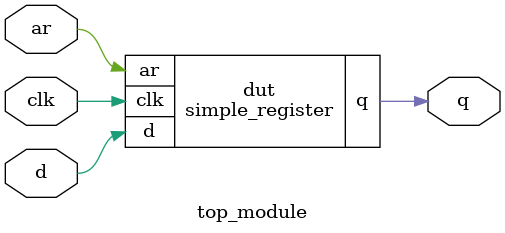
<source format=sv>
module simple_register (
	input clk,
	input d,
	input ar,
	output logic q
);

	always @(posedge clk or posedge ar) begin
		if (ar)
			q <= 0;
		else
			q <= d;
	end

endmodule
module top_module (
	input clk,
	input d,
	input ar,
	output logic q
);

	simple_register dut (
		.clk(clk),
		.d(d),
		.ar(ar),
		.q(q)
	);

endmodule

</source>
